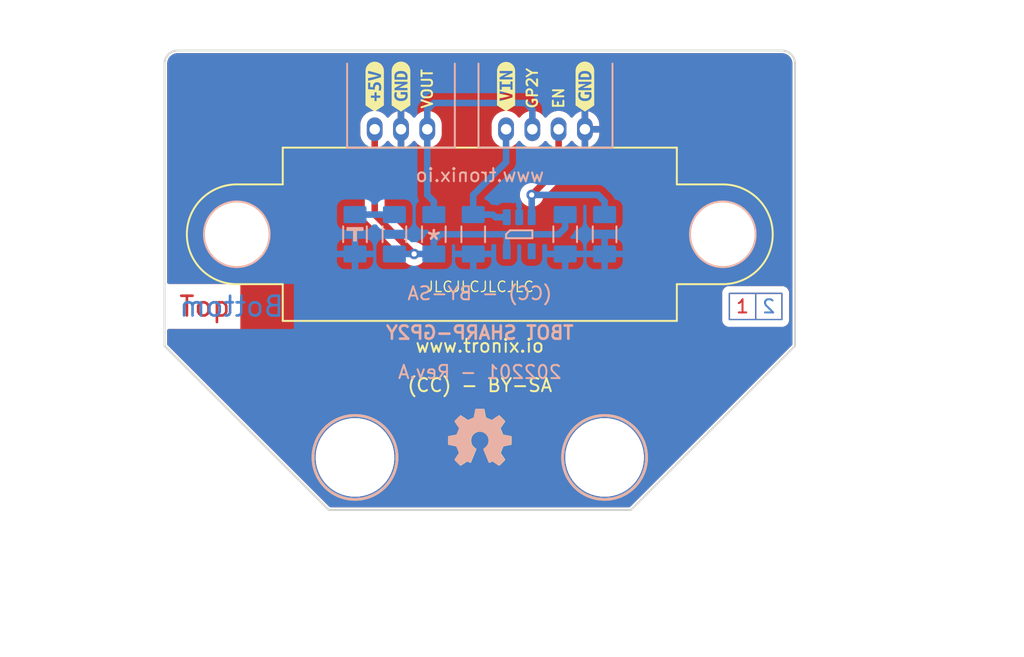
<source format=kicad_pcb>
(kicad_pcb (version 20221018) (generator pcbnew)
  (title_block (title "TBOT - SHARP-GP2Y") (date "01/2022") (rev "A"))
  (layers (0 "F.Cu" signal) (31 "B.Cu" signal) (34 "B.Paste" user) (35 "F.Paste" user) (36 "B.SilkS" user "B.Silkscreen") (37 "F.SilkS" user "F.Silkscreen") (38 "B.Mask" user) (39 "F.Mask" user) (44 "Edge.Cuts" user))
  (net 0 "")
  (net 1 "GND")
  (net 2 "+5V")
  (net 3 "VIN")
  (net 4 "Net-(LED1-A)")
  (net 5 "MCU_ENABLE")
  (net 7 "GP2Y_OUT")
  (footprint "tronixio:OSHW-5MM" (layer "F.Cu") (at 124 94.5)
    (fp_text reference "GT" hide)
    (fp_text value "LOGO" hide)
    (fp_poly (pts (xy 0.112503 -2.205305) (xy 0.188585 -2.204991) (xy 0.245175 -2.204139) (xy 0.285349 -2.202485) (xy 0.312183 -2.19976) (xy 0.328754 -2.195697) (xy 0.338137 -2.190029) (xy 0.343407 -2.182489) (xy 0.346067 -2.176502) (xy 0.351819 -2.155872) (xy 0.361219 -2.114019) (xy 0.373445 -2.054971) (xy 0.387673 -1.982754) (xy 0.403082 -1.901397) (xy 0.410766 -1.859685) (xy 0.426304 -1.776128) (xy 0.440921 -1.700487) (xy 0.453831 -1.636607) (xy 0.464245 -1.58833) (xy 0.471376 -1.559501) (xy 0.473495 -1.553524) (xy 0.487624 -1.543829) (xy 0.520987 -1.52669) (xy 0.568967 -1.504087) (xy 0.626948 -1.477998) (xy 0.690314 -1.450405) (xy 0.754449 -1.423285) (xy 0.814737 -1.398618) (xy 0.866561 -1.378383) (xy 0.905305 -1.36456) (xy 0.926354 -1.359128) (xy 0.92691 -1.359112) (xy 0.941518 -1.366107) (xy 0.97411 -1.385773) (xy 1.021624 -1.416127) (xy 1.080997 -1.455189) (xy 1.149167 -1.500978) (xy 1.204337 -1.538617) (xy 1.276991 -1.58813) (xy 1.343025 -1.632413) (xy 1.399403 -1.669487) (xy 1.443088 -1.697374) (xy 1.471043 -1.714097) (xy 1.47988 -1.718122) (xy 1.493641 -1.709282) (xy 1.521915 -1.684807) (xy 1.561669 -1.647768) (xy 1.609873 -1.601234) (xy 1.663495 -1.548276) (xy 1.719505 -1.491962) (xy 1.774871 -1.435363) (xy 1.826562 -1.381549) (xy 1.871548 -1.33359) (xy 1.906797 -1.294555) (xy 1.929278 -1.267514) (xy 1.936093 -1.256075) (xy 1.930212 -1.239792) (xy 1.912193 -1.207543) (xy 1.881475 -1.158462) (xy 1.837495 -1.091686) (xy 1.779689 -1.00635) (xy 1.707495 -0.901591) (xy 1.671879 -0.850344) (xy 1.638824 -0.80126) (xy 1.612148 -0.758563) (xy 1.594893 -0.727324) (xy 1.589904 -0.713655) (xy 1.594754 -0.697334) (xy 1.608013 -0.662128) (xy 1.62775 -0.612617) (xy 1.652031 -0.55338) (xy 1.678922 -0.488996) (xy 1.706491 -0.424047) (xy 1.732803 -0.363111) (xy 1.755927 -0.310768) (xy 1.773928 -0.271598) (xy 1.784874 -0.25018) (xy 1.786526 -0.247868) (xy 1.800495 -0.243726) (xy 1.836105 -0.235699) (xy 1.889773 -0.224522) (xy 1.957915 -0.210929) (xy 2.036948 -0.195656) (xy 2.090365 -0.185568) (xy 2.175183 -0.169544) (xy 2.252099 -0.15474) (xy 2.317349 -0.141901) (xy 2.367173 -0.131773) (xy 2.397809 -0.125104) (xy 2.405431 -0.123066) (xy 2.411063 -0.116814) (xy 2.415426 -0.101095) (xy 2.418668 -0.073197) (xy 2.420933 -0.030409) (xy 2.422366 0.02998) (xy 2.423114 0.110684) (xy 2.423321 0.210293) (xy 2.423202 0.310587) (xy 2.422711 0.388201) (xy 2.421649 0.446096) (xy 2.419816 0.487237) (xy 2.417013 0.514584) (xy 2.41304 0.531101) (xy 2.407697 0.53975) (xy 2.400883 0.543466) (xy 2.378661 0.548625) (xy 2.338314 0.556746) (xy 2.286985 0.566415) (xy 2.263049 0.570744) (xy 2.127407 0.595376) (xy 2.016332 0.616479) (xy 1.929018 0.634225) (xy 1.864656 0.64879) (xy 1.82244 0.660347) (xy 1.801562 0.66907) (xy 1.79987 0.670496) (xy 1.791465 0.686078) (xy 1.775685 0.720992) (xy 1.754362 0.770707) (xy 1.729327 0.830694) (xy 1.702414 0.896422) (xy 1.675454 0.96336) (xy 1.650281 1.026979) (xy 1.628726 1.082748) (xy 1.612622 1.126137) (xy 1.603801 1.152615) (xy 1.602692 1.157988) (xy 1.610028 1.172767) (xy 1.63143 1.207108) (xy 1.666036 1.259722) (xy 1.712983 1.329322) (xy 1.771408 1.414621) (xy 1.840447 1.51433) (xy 1.867654 1.553391) (xy 1.897811 1.599113) (xy 1.921185 1.639288) (xy 1.934376 1.667841) (xy 1.936093 1.675677) (xy 1.927103 1.692014) (xy 1.901418 1.723855) (xy 1.860965 1.769075) (xy 1.807672 1.82555) (xy 1.743466 1.891154) (xy 1.71296 1.921664) (xy 1.643302 1.990709) (xy 1.589314 2.043494) (xy 1.548612 2.081971) (xy 1.518813 2.108091) (xy 1.497532 2.123805) (xy 1.482386 2.131066) (xy 1.470991 2.131825) (xy 1.460964 2.128033) (xy 1.460917 2.128008) (xy 1.441892 2.116253) (xy 1.405419 2.09234) (xy 1.355138 2.058707) (xy 1.294686 2.017792) (xy 1.227702 1.972033) (xy 1.210483 1.960205) (xy 1.143557 1.914694) (xy 1.083189 1.874607) (xy 1.032748 1.842104) (xy 0.995605 1.819344) (xy 0.975129 1.808488) (xy 0.972784 1.807875) (xy 0.955044 1.813477) (xy 0.920428 1.82855) (xy 0.874685 1.850498) (xy 0.843591 1.866246) (xy 0.794692 1.890329) (xy 0.754091 1.908142) (xy 0.727189 1.917434) (xy 0.719661 1.917874) (xy 0.71184 1.904564) (xy 0.695873 1.87093) (xy 0.673276 1.820398) (xy 0.645566 1.756397) (xy 0.614262 1.682354) (xy 0.595951 1.638326) (xy 0.555205 1.539832) (xy 0.509885 1.430374) (xy 0.463588 1.318629) (xy 0.419909 1.213275) (xy 0.382617 1.123407) (xy 0.352192 1.049365) (xy 0.325466 0.982847) (xy 0.303922 0.927668) (xy 0.289044 0.887646) (xy 0.282318 0.866596) (xy 0.28208 0.86489) (xy 0.291868 0.850064) (xy 0.317767 0.825757) (xy 0.354572 0.796754) (xy 0.362216 0.791216) (xy 0.47362 0.699405) (xy 0.560778 0.600114) (xy 0.624272 0.492284) (xy 0.664684 0.374854) (xy 0.682594 0.246763) (xy 0.683668 0.205149) (xy 0.672966 0.079705) (xy 0.639876 -0.035509) (xy 0.583362 -0.143051) (xy 0.502387 -0.245478) (xy 0.500128 -0.247901) (xy 0.404266 -0.332655) (xy 0.297367 -0.395917) (xy 0.182586 -0.437559) (xy 0.063074 -0.45745) (xy -0.058015 -0.455461) (xy -0.177529 -0.431461) (xy -0.292317 -0.38532) (xy -0.399224 -0.316909) (xy -0.435557 -0.286461) (xy -0.524789 -0.19034) (xy -0.590858 -0.083248) (xy -0.63358 0.034398) (xy -0.65277 0.162186) (xy -0.653912 0.203806) (xy -0.64477 0.331905) (xy -0.616397 0.446756) (xy -0.567372 0.551025) (xy -0.496276 0.647379) (xy -0.401689 0.738486) (xy -0.345898 0.782346) (xy -0.305473 0.814275) (xy -0.274554 0.84243) (xy -0.257973 0.862253) (xy -0.256436 0.866724) (xy -0.261189 0.882472) (xy -0.274692 0.919019) (xy -0.295811 0.973504) (xy -0.323413 1.043065) (xy -0.356365 1.124837) (xy -0.393532 1.21596) (xy -0.424781 1.291835) (xy -0.466473 1.392714) (xy -0.506757 1.490316) (xy -0.54414 1.581016) (xy -0.57713 1.661187) (xy -0.604234 1.727202) (xy -0.623959 1.775436) (xy -0.631922 1.795053) (xy -0.656173 1.85428) (xy -0.675445 1.89208) (xy -0.695005 1.910535) (xy -0.720119 1.911726) (xy -0.756055 1.897735) (xy -0.80808 1.870643) (xy -0.814523 1.867212) (xy -0.863833 1.841835) (xy -0.905672 1.821875) (xy -0.934272 1.810004) (xy -0.942679 1.807875) (xy -0.957624 1.814831) (xy -0.990452 1.834339) (xy -1.037961 1.864353) (xy -1.096948 1.902829) (xy -1.164211 1.947723) (xy -1.20379 1.974558) (xy -1.273782 2.022017) (xy -1.336742 2.064219) (xy -1.389581 2.099132) (xy -1.429212 2.124728) (xy -1.452547 2.138976) (xy -1.457362 2.141242) (xy -1.468597 2.132572) (xy -1.495354 2.108206) (xy -1.53505 2.070611) (xy -1.585104 2.022252) (xy -1.642932 1.965596) (xy -1.688443 1.920545) (xy -1.754363 1.854061) (xy -1.811428 1.794627) (xy -1.857492 1.744605) (xy -1.890411 1.706358) (xy -1.908038 1.682247) (xy -1.910449 1.676115) (xy -1.903342 1.656709) (xy -1.88402 1.621725) (xy -1.855484 1.576225) (xy -1.822794 1.528185) (xy -1.761853 1.44109) (xy -1.706889 1.361082) (xy -1.659529 1.29063) (xy -1.621397 1.232204) (xy -1.594118 1.188276) (xy -1.579316 1.161316) (xy -1.577082 1.154608) (xy -1.581837 1.136716) (xy -1.594857 1.099854) (xy -1.614275 1.048609) (xy -1.638222 0.987568) (xy -1.664831 0.921316) (xy -1.692235 0.854442) (xy -1.718566 0.791531) (xy -1.741957 0.737171) (xy -1.76054 0.695948) (xy -1.772447 0.672449) (xy -1.774702 0.66925) (xy -1.791569 0.66222) (xy -1.829891 0.651729) (xy -1.885847 0.638647) (xy -1.955617 0.623842) (xy -2.035381 0.608183) (xy -2.07828 0.60022) (xy -2.161621 0.584627) (xy -2.236906 0.569745) (xy -2.300315 0.556391) (xy -2.348033 0.545387) (xy -2.37624 0.537551) (xy -2.381867 0.535051) (xy -2.387099 0.524908) (xy -2.390991 0.502231) (xy -2.393638 0.46456) (xy -2.395134 0.409435) (xy -2.395573 0.334397) (xy -2.39505 0.236985) (xy -2.394689 0.200194) (xy -2.391267 -0.121807) (xy -2.282282 -0.143659) (xy -2.229898 -0.153965) (xy -2.160108 -0.167419) (xy -2.080727 -0.182526) (xy -1.999569 -0.197795) (xy -1.970053 -0.203298) (xy -1.900658 -0.216734) (xy -1.840162 -0.229455) (xy -1.793065 -0.240437) (xy -1.763866 -0.248652) (xy -1.756665 -0.251967) (xy -1.746988 -0.268752) (xy -1.729936 -0.304533) (xy -1.707477 -0.354612) (xy -1.681582 -0.414291) (xy -1.654218 -0.478872) (xy -1.627353 -0.543658) (xy -1.602957 -0.60395) (xy -1.582998 -0.65505) (xy -1.569445 -0.692261) (xy -1.564266 -0.710885) (xy -1.564261 -0.711124) (xy -1.571273 -0.727773) (xy -1.590937 -0.762151) (xy -1.621195 -0.810982) (xy -1.659988 -0.870991) (xy -1.705259 -0.938901) (xy -1.732615 -0.979077) (xy -1.780965 -1.050145) (xy -1.82446 -1.115201) (xy -1.860949 -1.170937) (xy -1.888284 -1.214046) (xy -1.904314 -1.24122) (xy -1.907531 -1.248169) (xy -1.904717 -1.261112) (xy -1.890381 -1.283286) (xy -1.863069 -1.316351) (xy -1.821325 -1.361969) (xy -1.763692 -1.421801) (xy -1.691232 -1.494988) (xy -1.628982 -1.55669) (xy -1.572135 -1.611849) (xy -1.523344 -1.657988) (xy -1.485263 -1.692627) (xy -1.460542 -1.713289) (xy -1.452414 -1.718122) (xy -1.437782 -1.711105) (xy -1.405251 -1.6914) (xy -1.357928 -1.661025) (xy -1.298923 -1.621998) (xy -1.231343 -1.576338) (xy -1.183018 -1.543181) (xy -1.111112 -1.493886) (xy -1.04544 -1.44951) (xy -0.989183 -1.41215) (xy -0.945519 -1.383901) (xy -0.917627 -1.36686) (xy -0.90944 -1.362781) (xy -0.891885 -1.365776) (xy -0.855505 -1.377082) (xy -0.805012 -1.394838) (xy -0.745121 -1.417183) (xy -0.680546 -1.442257) (xy -0.616001 -1.468199) (xy -0.5562 -1.493147) (xy -0.505857 -1.515243) (xy -0.469686 -1.532623) (xy -0.45278 -1.543038) (xy -0.446293 -1.559308) (xy -0.436108 -1.597206) (xy -0.423041 -1.653118) (xy -0.407909 -1.723429) (xy -0.391528 -1.804525) (xy -0.378917 -1.870225) (xy -0.362481 -1.956759) (xy -0.347254 -2.035011) (xy -0.333961 -2.101421) (xy -0.323321 -2.152432) (xy -0.316058 -2.184486) (xy -0.31324 -2.193976) (xy -0.299005 -2.197095) (xy -0.262664 -2.199887) (xy -0.207755 -2.20223) (xy -0.137813 -2.204) (xy -0.056376 -2.205075) (xy 0.013853 -2.205351)) (fill solid) (layer "F.SilkS"))
  )
  (footprint "kibuzzard-6288C56E" (layer "F.Cu") (at 132 67.75 90)
    (fp_text reference "kibuzzard-6288C56E" hide)
    (fp_text value "G***" hide)
    (fp_poly (pts (xy 0.724628 0.333375) (xy 0.74209 0.334962) (xy 0.759553 0.334962) (xy 0.871471 0.309562) (xy 0.944496 0.239712) (xy 0.984184 0.134144) (xy 0.993114 0.070048) (xy 0.99609 0) (xy 0.986565 -0.123825) (xy 0.953228 -0.230188) (xy 0.88814 -0.304006) (xy 0.781778 -0.331788) (xy 0.753203 -0.330994) (xy 0.724628 -0.327025) (xy 0.724628 0.333375)) (fill solid) (layer "F.SilkS"))
    (fp_poly (pts (xy -1.100997 -0.7112) (xy -1.431727 -0.7112) (xy -1.90586 0) (xy -1.431727 0.7112) (xy -1.100997 0.7112) (xy -0.69936 0.7112) (xy -0.69936 0.512762) (xy -0.786871 0.504627) (xy -0.865254 0.480219) (xy -0.933715 0.439737) (xy -0.99146 0.383381) (xy -1.037894 0.31115) (xy -1.072422 0.223044) (xy -1.093854 0.119261) (xy -1.100997 0) (xy -1.092663 -0.11807) (xy -1.06766 -0.221456) (xy -1.028369 -0.309761) (xy -0.977172 -0.382588) (xy -0.914863 -0.439539) (xy -0.842235 -0.480219) (xy -0.761669 -0.504627) (xy -0.675547 -0.512763) (xy -0.573154 -0.504031) (xy -0.494572 -0.484188) (xy -0.439804 -0.460375) (xy -0.40726 -0.441325) (xy -0.45806 -0.28575) (xy -0.543785 -0.325438) (xy -0.64856 -0.3429) (xy -0.766035 -0.3175) (xy -0.844616 -0.246856) (xy -0.889066 -0.138906) (xy -0.899186 -0.072827) (xy -0.90256 0) (xy -0.896386 0.107156) (xy -0.877865 0.193675) (xy -0.846997 0.259556) (xy -0.778338 0.322064) (xy -0.683485 0.3429) (xy -0.645385 0.341312) (xy -0.607285 0.33655) (xy -0.607285 -0.022225) (xy -0.412022 -0.022225) (xy -0.412022 0.468312) (xy -0.520766 0.496887) (xy -0.602324 0.508794) (xy -0.69936 0.512762) (xy -0.69936 0.7112) (xy 0.213453 0.7112) (xy 0.213453 0.492125) (xy 0.16768 0.383205) (xy 0.119261 0.274461) (xy 0.068196 0.165894) (xy 0.014486 0.057326) (xy -0.04187 -0.051417) (xy -0.100872 -0.160338) (xy -0.100872 0.492125) (xy -0.277085 0.492125) (xy -0.277085 -0.490538) (xy -0.119922 -0.490538) (xy -0.075472 -0.417711) (xy -0.031022 -0.338931) (xy 0.012832 -0.257373) (xy 0.055496 -0.176213) (xy 0.095978 -0.096441) (xy 0.133284 -0.01905) (xy 0.166423 0.052387) (xy 0.194403 0.1143) (xy 0.194403 -0.490538) (xy 0.370615 -0.490538) (xy 0.370615 0.492125) (xy 0.213453 0.492125) (xy 0.213453 0.7112) (xy 0.738915 0.7112) (xy 0.738915 0.504825) (xy 0.636521 0.499269) (xy 0.529365 0.481012) (xy 0.529365 -0.477838) (xy 0.654778 -0.496888) (xy 0.764315 -0.50165) (xy 0.856985 -0.494506) (xy 0.941321 -0.473075) (xy 1.015339 -0.436364) (xy 1.077053 -0.383381) (xy 1.126464 -0.313928) (xy 1.163571 -0.227806) (xy 1.186789 -0.123627) (xy 1.194528 0) (xy 1.185995 0.126405) (xy 1.160396 0.232569) (xy 1.119717 0.319683) (xy 1.06594 0.388937) (xy 0.99986 0.441127) (xy 0.922271 0.477044) (xy 0.83476 0.49788) (xy 0.738915 0.504825) (xy 0.738915 0.7112) (xy 1.194528 0.7112) (xy 1.19466 0.7112) (xy 1.26437 0.707775) (xy 1.333408 0.697534) (xy 1.40111 0.680576) (xy 1.466824 0.657063) (xy 1.529917 0.627222) (xy 1.589781 0.591341) (xy 1.64584 0.549765) (xy 1.697554 0.502894) (xy 1.744425 0.45118) (xy 1.786001 0.395122) (xy 1.821882 0.335257) (xy 1.851723 0.272164) (xy 1.875236 0.20645) (xy 1.892194 0.138748) (xy 1.902435 0.06971) (xy 1.90586 0) (xy 1.902435 -0.06971) (xy 1.892194 -0.138748) (xy 1.875236 -0.20645) (xy 1.851723 -0.272164) (xy 1.821882 -0.335257) (xy 1.786001 -0.395122) (xy 1.744425 -0.45118) (xy 1.697554 -0.502894) (xy 1.64584 -0.549765) (xy 1.589781 -0.591341) (xy 1.529917 -0.627222) (xy 1.466824 -0.657063) (xy 1.40111 -0.680576) (xy 1.333408 -0.697534) (xy 1.26437 -0.707775) (xy 1.19466 -0.7112) (xy 1.194528 -0.7112) (xy -1.100997 -0.7112)) (fill solid) (layer "F.SilkS"))
  )
  (footprint "kibuzzard-6288C554" (layer "F.Cu") (at 116 67.75 90)
    (fp_text reference "kibuzzard-6288C554" hide)
    (fp_text value "G***" hide)
    (fp_poly (pts (xy -1.100733 -0.700088) (xy -1.431462 -0.700088) (xy -1.898187 0) (xy -1.431462 0.700088) (xy -1.100733 0.700088) (xy -0.68322 0.700088) (xy -0.68322 0.420688) (xy -0.851495 0.420688) (xy -0.851495 0.144462) (xy -1.100733 0.144462) (xy -1.100733 -0.015875) (xy -0.851495 -0.015875) (xy -0.851495 -0.2921) (xy -0.68322 -0.2921) (xy -0.68322 -0.015875) (xy -0.433983 -0.015875) (xy -0.433983 0.144462) (xy -0.68322 0.144462) (xy -0.68322 0.420688) (xy -0.68322 0.700088) (xy -0.049808 0.700088) (xy -0.049808 0.50165) (xy -0.127595 0.496887) (xy -0.203795 0.484981) (xy -0.269677 0.468312) (xy -0.31492 0.45085) (xy -0.275233 0.288925) (xy -0.186333 0.320675) (xy -0.125611 0.331391) (xy -0.051395 0.334963) (xy 0.043061 0.322263) (xy 0.101798 0.289719) (xy 0.131167 0.244475) (xy 0.139105 0.192087) (xy 0.125611 0.116681) (xy 0.071636 0.057944) (xy -0.043458 0.019844) (xy -0.12958 0.009723) (xy -0.23872 0.00635) (xy -0.224433 -0.125611) (xy -0.21332 -0.254794) (xy -0.204986 -0.380405) (xy -0.199033 -0.50165) (xy 0.302617 -0.50165) (xy 0.302617 -0.339725) (xy -0.03552 -0.339725) (xy -0.043458 -0.233363) (xy -0.051395 -0.142875) (xy 0.068726 -0.126647) (xy 0.166621 -0.094897) (xy 0.242292 -0.047625) (xy 0.296091 0.014817) (xy 0.32837 0.092075) (xy 0.33913 0.18415) (xy 0.315317 0.310356) (xy 0.242292 0.411162) (xy 0.187127 0.449262) (xy 0.120055 0.477838) (xy 0.041077 0.495697) (xy -0.049808 0.50165) (xy -0.049808 0.700088) (xy 0.718542 0.700088) (xy 0.718542 0.481012) (xy 0.679252 0.364331) (xy 0.63758 0.233362) (xy 0.609534 0.141376) (xy 0.582546 0.049565) (xy 0.556617 -0.042069) (xy 0.532099 -0.131939) (xy 0.509345 -0.218458) (xy 0.488355 -0.301625) (xy 0.462161 -0.41275) (xy 0.443905 -0.50165) (xy 0.65028 -0.50165) (xy 0.662186 -0.419298) (xy 0.678855 -0.324644) (xy 0.698897 -0.22225) (xy 0.720923 -0.116681) (xy 0.744736 -0.010319) (xy 0.770136 0.094456) (xy 0.796131 0.19308) (xy 0.82173 0.280987) (xy 0.84713 0.19427) (xy 0.87253 0.096044) (xy 0.897136 -0.008731) (xy 0.920155 -0.115094) (xy 0.941586 -0.220861) (xy 0.96143 -0.32385) (xy 0.978892 -0.4191) (xy 0.99318 -0.50165) (xy 1.197967 -0.50165) (xy 1.176734 -0.400844) (xy 1.151136 -0.288925) (xy 1.12137 -0.168473) (xy 1.087636 -0.042069) (xy 1.06303 0.044715) (xy 1.036836 0.132556) (xy 1.009055 0.221456) (xy 0.980127 0.309915) (xy 0.950494 0.396434) (xy 0.920155 0.481012) (xy 0.718542 0.481012) (xy 0.718542 0.700088) (xy 1.197967 0.700088) (xy 1.198099 0.700088) (xy 1.26672 0.696716) (xy 1.33468 0.686636) (xy 1.401324 0.669942) (xy 1.466011 0.646797) (xy 1.528118 0.617422) (xy 1.587047 0.582101) (xy 1.64223 0.541175) (xy 1.693136 0.495037) (xy 1.739274 0.444131) (xy 1.780201 0.388948) (xy 1.815522 0.330019) (xy 1.844896 0.267912) (xy 1.868041 0.203225) (xy 1.884735 0.13658) (xy 1.894816 0.068621) (xy 1.898187 0) (xy 1.894816 -0.068621) (xy 1.884735 -0.13658) (xy 1.868041 -0.203225) (xy 1.844896 -0.267912) (xy 1.815522 -0.330019) (xy 1.780201 -0.388948) (xy 1.739274 -0.444131) (xy 1.693136 -0.495037) (xy 1.64223 -0.541175) (xy 1.587047 -0.582101) (xy 1.528118 -0.617422) (xy 1.466011 -0.646797) (xy 1.401324 -0.669942) (xy 1.33468 -0.686636) (xy 1.26672 -0.696716) (xy 1.198099 -0.700088) (xy 1.197967 -0.700088) (xy -1.100733 -0.700088)) (fill solid) (layer "F.SilkS"))
  )
  (footprint "tronixio:SHARP-GP2Y0A" (layer "F.Cu") (at 124 79)
    (fp_text reference "IR1" hide)
    (fp_text value "SHARP-GP2Y0xx1")
    (fp_circle (center -18.5 0) (end -16 0) (stroke (width 0.15)) (fill none) (layer "B.SilkS"))
    (fp_circle (center 18.5 0) (end 21 0) (stroke (width 0.15)) (fill none) (layer "B.SilkS"))
    (fp_line (start -18.5 3.8) (end -15 3.8) (stroke (width 0.15)) (layer "F.SilkS"))
    (fp_line (start -15 -6.6) (end -15 -3.8) (stroke (width 0.15)) (layer "F.SilkS"))
    (fp_line (start -15 -6.6) (end 15 -6.6) (stroke (width 0.15)) (layer "F.SilkS"))
    (fp_line (start -15 -3.8) (end -18.5 -3.8) (stroke (width 0.15)) (layer "F.SilkS"))
    (fp_line (start -15 3.8) (end -15 6.6) (stroke (width 0.15)) (layer "F.SilkS"))
    (fp_line (start -15 6.6) (end 15 6.6) (stroke (width 0.15)) (layer "F.SilkS"))
    (fp_line (start 15 -3.8) (end 15 -6.6) (stroke (width 0.15)) (layer "F.SilkS"))
    (fp_line (start 15 3.8) (end 18.5 3.8) (stroke (width 0.15)) (layer "F.SilkS"))
    (fp_line (start 15 6.6) (end 15 3.8) (stroke (width 0.15)) (layer "F.SilkS"))
    (fp_line (start 18.5 -3.8) (end 15 -3.8) (stroke (width 0.15)) (layer "F.SilkS"))
    (fp_arc (start -18.5 3.8) (mid -22.3 0) (end -18.5 -3.8) (stroke (width 0.15)) (layer "F.SilkS"))
    (fp_arc (start 18.5 -3.8) (mid 22.3 0) (end 18.5 3.8) (stroke (width 0.15)) (layer "F.SilkS"))
    (pad "" np_thru_hole circle (at -18.5 0) (size 3 3) (drill 3) (layers "F&B.Cu" "*.Mask") (clearance 1))
    (pad "" np_thru_hole circle (at 18.5 0) (size 3 3) (drill 3) (layers "F&B.Cu" "*.Mask") (clearance 1))
  )
  (footprint "kibuzzard-6288C567" (layer "F.Cu") (at 126 67.75 90)
    (fp_text reference "kibuzzard-6288C567" hide)
    (fp_text value "G***" hide)
    (fp_poly (pts (xy -1.093457 -0.689769) (xy -1.424186 -0.689769) (xy -1.884032 0) (xy -1.424186 0.689769) (xy -1.093457 0.689769) (xy -0.818819 0.689769) (xy -0.818819 0.491331) (xy -0.85811 0.37465) (xy -0.899782 0.243681) (xy -0.927828 0.151694) (xy -0.954815 0.059884) (xy -0.980744 -0.03175) (xy -1.005262 -0.12162) (xy -1.028016 -0.208139) (xy -1.049007 -0.291306) (xy -1.075201 -0.402431) (xy -1.093457 -0.491331) (xy -0.887082 -0.491331) (xy -0.875176 -0.40898) (xy -0.858507 -0.314325) (xy -0.838465 -0.211931) (xy -0.816438 -0.106363) (xy -0.792626 0) (xy -0.767226 0.104775) (xy -0.74123 0.203398) (xy -0.715632 0.291306) (xy -0.690232 0.204589) (xy -0.664832 0.106362) (xy -0.640226 0.001587) (xy -0.617207 -0.104775) (xy -0.595776 -0.210542) (xy -0.575932 -0.313531) (xy -0.558469 -0.408781) (xy -0.544182 -0.491331) (xy -0.339394 -0.491331) (xy -0.360627 -0.390525) (xy -0.386226 -0.278606) (xy -0.415991 -0.158155) (xy -0.449726 -0.03175) (xy -0.474332 0.055033) (xy -0.500526 0.142875) (xy -0.528307 0.231775) (xy -0.557235 0.320234) (xy -0.586868 0.406753) (xy -0.617207 0.491331) (xy -0.818819 0.491331) (xy -0.818819 0.689769) (xy -0.234619 0.689769) (xy -0.234619 0.491331) (xy -0.234619 0.329406) (xy -0.020307 0.329406) (xy -0.020307 -0.329406) (xy -0.234619 -0.329406) (xy -0.234619 -0.491331) (xy 0.389268 -0.491331) (xy 0.389268 -0.329406) (xy 0.176543 -0.329406) (xy 0.176543 0.329406) (xy 0.389268 0.329406) (xy 0.389268 0.491331) (xy -0.234619 0.491331) (xy -0.234619 0.689769) (xy 1.036968 0.689769) (xy 1.036968 0.491331) (xy 0.991195 0.382411) (xy 0.942777 0.273667) (xy 0.891712 0.1651) (xy 0.838002 0.056533) (xy 0.781645 -0.052211) (xy 0.722643 -0.161131) (xy 0.722643 0.491331) (xy 0.546431 0.491331) (xy 0.546431 -0.491331) (xy 0.703593 -0.491331) (xy 0.748043 -0.418505) (xy 0.792493 -0.339725) (xy 0.836348 -0.258167) (xy 0.879012 -0.177006) (xy 0.919493 -0.097234) (xy 0.956799 -0.019844) (xy 0.989939 0.051594) (xy 1.017918 0.113506) (xy 1.017918 -0.491331) (xy 1.194131 -0.491331) (xy 1.194131 0.491331) (xy 1.036968 0.491331) (xy 1.036968 0.689769) (xy 1.194131 0.689769) (xy 1.194263 0.689769) (xy 1.261872 0.686447) (xy 1.32883 0.676515) (xy 1.394492 0.660068) (xy 1.458226 0.637263) (xy 1.519418 0.608322) (xy 1.577478 0.573522) (xy 1.631848 0.533198) (xy 1.682003 0.48774) (xy 1.727461 0.437585) (xy 1.767785 0.383215) (xy 1.802585 0.325155) (xy 1.831526 0.263963) (xy 1.854331 0.200229) (xy 1.870778 0.134567) (xy 1.88071 0.067609) (xy 1.884032 0) (xy 1.88071 -0.067609) (xy 1.870778 -0.134567) (xy 1.854331 -0.200229) (xy 1.831526 -0.263963) (xy 1.802585 -0.325155) (xy 1.767785 -0.383215) (xy 1.727461 -0.437585) (xy 1.682003 -0.48774) (xy 1.631848 -0.533198) (xy 1.577478 -0.573522) (xy 1.519418 -0.608322) (xy 1.458226 -0.637263) (xy 1.394492 -0.660068) (xy 1.32883 -0.676515) (xy 1.261872 -0.686447) (xy 1.194263 -0.689769) (xy 1.194131 -0.689769) (xy -1.093457 -0.689769)) (fill solid) (layer "F.SilkS"))
  )
  (footprint "kibuzzard-6288C562" (layer "F.Cu") (at 118 67.75 90)
    (fp_text reference "kibuzzard-6288C562" hide)
    (fp_text value "G***" hide)
    (fp_poly (pts (xy 0.724628 0.333375) (xy 0.74209 0.334962) (xy 0.759553 0.334962) (xy 0.871471 0.309562) (xy 0.944496 0.239712) (xy 0.984184 0.134144) (xy 0.993114 0.070048) (xy 0.99609 0) (xy 0.986565 -0.123825) (xy 0.953228 -0.230188) (xy 0.88814 -0.304006) (xy 0.781778 -0.331788) (xy 0.753203 -0.330994) (xy 0.724628 -0.327025) (xy 0.724628 0.333375)) (fill solid) (layer "F.SilkS"))
    (fp_poly (pts (xy -1.100997 -0.7112) (xy -1.431727 -0.7112) (xy -1.90586 0) (xy -1.431727 0.7112) (xy -1.100997 0.7112) (xy -0.69936 0.7112) (xy -0.69936 0.512762) (xy -0.786871 0.504627) (xy -0.865254 0.480219) (xy -0.933715 0.439737) (xy -0.99146 0.383381) (xy -1.037894 0.31115) (xy -1.072422 0.223044) (xy -1.093854 0.119261) (xy -1.100997 0) (xy -1.092663 -0.11807) (xy -1.06766 -0.221456) (xy -1.028369 -0.309761) (xy -0.977172 -0.382588) (xy -0.914863 -0.439539) (xy -0.842235 -0.480219) (xy -0.761669 -0.504627) (xy -0.675547 -0.512763) (xy -0.573154 -0.504031) (xy -0.494572 -0.484188) (xy -0.439804 -0.460375) (xy -0.40726 -0.441325) (xy -0.45806 -0.28575) (xy -0.543785 -0.325438) (xy -0.64856 -0.3429) (xy -0.766035 -0.3175) (xy -0.844616 -0.246856) (xy -0.889066 -0.138906) (xy -0.899186 -0.072827) (xy -0.90256 0) (xy -0.896386 0.107156) (xy -0.877865 0.193675) (xy -0.846997 0.259556) (xy -0.778338 0.322064) (xy -0.683485 0.3429) (xy -0.645385 0.341312) (xy -0.607285 0.33655) (xy -0.607285 -0.022225) (xy -0.412022 -0.022225) (xy -0.412022 0.468312) (xy -0.520766 0.496887) (xy -0.602324 0.508794) (xy -0.69936 0.512762) (xy -0.69936 0.7112) (xy 0.213453 0.7112) (xy 0.213453 0.492125) (xy 0.16768 0.383205) (xy 0.119261 0.274461) (xy 0.068196 0.165894) (xy 0.014486 0.057326) (xy -0.04187 -0.051417) (xy -0.100872 -0.160338) (xy -0.100872 0.492125) (xy -0.277085 0.492125) (xy -0.277085 -0.490538) (xy -0.119922 -0.490538) (xy -0.075472 -0.417711) (xy -0.031022 -0.338931) (xy 0.012832 -0.257373) (xy 0.055496 -0.176213) (xy 0.095978 -0.096441) (xy 0.133284 -0.01905) (xy 0.166423 0.052387) (xy 0.194403 0.1143) (xy 0.194403 -0.490538) (xy 0.370615 -0.490538) (xy 0.370615 0.492125) (xy 0.213453 0.492125) (xy 0.213453 0.7112) (xy 0.738915 0.7112) (xy 0.738915 0.504825) (xy 0.636521 0.499269) (xy 0.529365 0.481012) (xy 0.529365 -0.477838) (xy 0.654778 -0.496888) (xy 0.764315 -0.50165) (xy 0.856985 -0.494506) (xy 0.941321 -0.473075) (xy 1.015339 -0.436364) (xy 1.077053 -0.383381) (xy 1.126464 -0.313928) (xy 1.163571 -0.227806) (xy 1.186789 -0.123627) (xy 1.194528 0) (xy 1.185995 0.126405) (xy 1.160396 0.232569) (xy 1.119717 0.319683) (xy 1.06594 0.388937) (xy 0.99986 0.441127) (xy 0.922271 0.477044) (xy 0.83476 0.49788) (xy 0.738915 0.504825) (xy 0.738915 0.7112) (xy 1.194528 0.7112) (xy 1.19466 0.7112) (xy 1.26437 0.707775) (xy 1.333408 0.697534) (xy 1.40111 0.680576) (xy 1.466824 0.657063) (xy 1.529917 0.627222) (xy 1.589781 0.591341) (xy 1.64584 0.549765) (xy 1.697554 0.502894) (xy 1.744425 0.45118) (xy 1.786001 0.395122) (xy 1.821882 0.335257) (xy 1.851723 0.272164) (xy 1.875236 0.20645) (xy 1.892194 0.138748) (xy 1.902435 0.06971) (xy 1.90586 0) (xy 1.902435 -0.06971) (xy 1.892194 -0.138748) (xy 1.875236 -0.20645) (xy 1.851723 -0.272164) (xy 1.821882 -0.335257) (xy 1.786001 -0.395122) (xy 1.744425 -0.45118) (xy 1.697554 -0.502894) (xy 1.64584 -0.549765) (xy 1.589781 -0.591341) (xy 1.529917 -0.627222) (xy 1.466824 -0.657063) (xy 1.40111 -0.680576) (xy 1.333408 -0.697534) (xy 1.26437 -0.707775) (xy 1.19466 -0.7112) (xy 1.194528 -0.7112) (xy -1.100997 -0.7112)) (fill solid) (layer "F.SilkS"))
  )
  (footprint "tronixio:MOUNTING-HOLE-3MM-MASK" (layer "B.Cu") (at 114.5 96 180)
    (fp_text reference "H2" hide)
    (fp_text value "MOUNTING-HOLE-MASK-3MM" hide)
    (fp_circle (center 0 0) (end 3.2 0) (stroke (width 0.2)) (fill none) (layer "B.SilkS"))
    (fp_circle (center 0 0) (end 3.2 0) (stroke (width 0.2)) (fill none) (layer "F.SilkS"))
    (pad "" np_thru_hole circle (at 0 0 180) (size 3 3) (drill 3) (layers "F&B.Cu" "*.Mask") (clearance 1.5))
  )
  (footprint "tronixio:CAPACITOR-SMD-1206" (layer "B.Cu") (at 130.5 79 -90)
    (fp_text reference "C2" hide)
    (fp_text value "1µ")
    (fp_line (start -0.6 -0.9) (end 0.6 -0.9) (stroke (width 0.15)) (layer "B.SilkS"))
    (fp_line (start -0.6 0.9) (end 0.6 0.9) (stroke (width 0.15)) (layer "B.SilkS"))
    (pad "1" smd roundrect (at -1.5 0 270) (size 1.3 1.75) (layers "B.Cu" "B.Paste" "B.Mask") (roundrect_rratio 0.1) (net 2 "+5V"))
    (pad "2" smd roundrect (at 1.5 0 270) (size 1.3 1.75) (layers "B.Cu" "B.Paste" "B.Mask") (roundrect_rratio 0.1) (net 1 "GND"))
  )
  (footprint "tronixio:LED-SMD-1206" (layer "B.Cu") (at 114.5 79 90)
    (fp_text reference "LED1" hide)
    (fp_text value "Power")
    (fp_line (start -0.6 -0.9) (end 0.6 -0.9) (stroke (width 0.15)) (layer "B.SilkS"))
    (fp_line (start -0.6 0.9) (end 0.6 0.9) (stroke (width 0.15)) (layer "B.SilkS"))
    (fp_poly (pts (xy 0.5 -0.6) (xy 0.3 -0.6) (xy 0.3 -0.1) (xy -0.5 -0.1) (xy -0.5 0.1) (xy 0.3 0.1) (xy 0.3 0.6) (xy 0.5 0.6)) (stroke (width 0.1)) (fill solid) (layer "B.SilkS"))
    (pad "1" smd roundrect (at -1.5 0 90) (size 1.3 1.75) (layers "B.Cu" "B.Paste" "B.Mask") (roundrect_rratio 0.1) (net 1 "GND"))
    (pad "2" smd roundrect (at 1.5 0 90) (size 1.3 1.75) (layers "B.Cu" "B.Paste" "B.Mask") (roundrect_rratio 0.1) (net 4 "Net-(LED1-A)"))
  )
  (footprint "tronixio:SOT-23-5" (layer "B.Cu") (at 127 79 -90)
    (fp_text reference "U1" hide)
    (fp_text value "MCP1755-50")
    (fp_line (start -0.3 -1) (end 0.3 -1) (stroke (width 0.15)) (layer "B.SilkS"))
    (fp_line (start -0.3 0.7) (end -0.3 -1) (stroke (width 0.15)) (layer "B.SilkS"))
    (fp_line (start 0 1) (end -0.3 0.7) (stroke (width 0.15)) (layer "B.SilkS"))
    (fp_line (start 0.3 -1) (end 0.3 1) (stroke (width 0.15)) (layer "B.SilkS"))
    (fp_line (start 0.3 1) (end 0 1) (stroke (width 0.15)) (layer "B.SilkS"))
    (pad "1" smd roundrect (at -1.3 0.95 270) (size 1.2 0.6) (layers "B.Cu" "B.Paste" "B.Mask") (roundrect_rratio 0.15) (net 3 "VIN"))
    (pad "2" smd roundrect (at -1.3 0 270) (size 1.2 0.6) (layers "B.Cu" "B.Paste" "B.Mask") (roundrect_rratio 0.15) (net 1 "GND"))
    (pad "3" smd roundrect (at -1.3 -0.95 270) (size 1.2 0.6) (layers "B.Cu" "B.Paste" "B.Mask") (roundrect_rratio 0.15) (net 5 "MCU_ENABLE"))
    (pad "4" smd roundrect (at 1.3 -0.95 270) (size 1.2 0.6) (layers "B.Cu" "B.Paste" "B.Mask") (roundrect_rratio 0.15))
    (pad "5" smd roundrect (at 1.3 0.95 270) (size 1.2 0.6) (layers "B.Cu" "B.Paste" "B.Mask") (roundrect_rratio 0.15) (net 2 "+5V"))
  )
  (footprint "tronixio:CAPACITOR-SMD-1206" (layer "B.Cu") (at 123.5 79 -90)
    (fp_text reference "C1" hide)
    (fp_text value "1µ")
    (fp_line (start -0.6 -0.9) (end 0.6 -0.9) (stroke (width 0.15)) (layer "B.SilkS"))
    (fp_line (start -0.6 0.9) (end 0.6 0.9) (stroke (width 0.15)) (layer "B.SilkS"))
    (pad "1" smd roundrect (at -1.5 0 270) (size 1.3 1.75) (layers "B.Cu" "B.Paste" "B.Mask") (roundrect_rratio 0.1) (net 3 "VIN"))
    (pad "2" smd roundrect (at 1.5 0 270) (size 1.3 1.75) (layers "B.Cu" "B.Paste" "B.Mask") (roundrect_rratio 0.1) (net 1 "GND"))
  )
  (footprint "tronixio:MOUNTING-HOLE-3MM-MASK" (layer "B.Cu") (at 133.5 96 90)
    (fp_text reference "H1" hide)
    (fp_text value "MOUNTING-HOLE-MASK-3MM" hide)
    (fp_circle (center 0 0) (end 3.2 0) (stroke (width 0.2)) (fill none) (layer "B.SilkS"))
    (fp_circle (center 0 0) (end 3.2 0) (stroke (width 0.2)) (fill none) (layer "F.SilkS"))
    (pad "" np_thru_hole circle (at 0 0 90) (size 3 3) (drill 3) (layers "F&B.Cu" "*.Mask") (clearance 1.5))
  )
  (footprint "tronixio:RESISTOR-SMD-1206" (layer "B.Cu") (at 133.5 79 -90)
    (fp_text reference "R1" hide)
    (fp_text value "100k")
    (fp_line (start -0.6 -0.9) (end 0.6 -0.9) (stroke (width 0.15)) (layer "B.SilkS"))
    (fp_line (start -0.6 0.9) (end 0.6 0.9) (stroke (width 0.15)) (layer "B.SilkS"))
    (pad "1" smd roundrect (at -1.5 0 270) (size 1.3 1.75) (layers "B.Cu" "B.Paste" "B.Mask") (roundrect_rratio 0.1) (net 5 "MCU_ENABLE"))
    (pad "2" smd roundrect (at 1.5 0 270) (size 1.3 1.75) (layers "B.Cu" "B.Paste" "B.Mask") (roundrect_rratio 0.1) (net 1 "GND"))
  )
  (footprint "tronixio:RESISTOR-SMD-1206" (layer "B.Cu") (at 117.5 79 90)
    (fp_text reference "R2" hide)
    (fp_text value "4k7")
    (fp_line (start -0.6 -0.9) (end 0.6 -0.9) (stroke (width 0.15)) (layer "B.SilkS"))
    (fp_line (start -0.6 0.9) (end 0.6 0.9) (stroke (width 0.15)) (layer "B.SilkS"))
    (pad "1" smd roundrect (at -1.5 0 90) (size 1.3 1.75) (layers "B.Cu" "B.Paste" "B.Mask") (roundrect_rratio 0.1) (net 2 "+5V"))
    (pad "2" smd roundrect (at 1.5 0 90) (size 1.3 1.75) (layers "B.Cu" "B.Paste" "B.Mask") (roundrect_rratio 0.1) (net 4 "Net-(LED1-A)"))
  )
  (footprint "tronixio:MOLEX-532540470" (layer "B.Cu") (at 132 71 180)
    (fp_text reference "K2" hide)
    (fp_text value "MCU")
    (fp_line (start -2.1 -1.4) (end 8.1 -1.4) (stroke (width 0.15)) (layer "B.SilkS"))
    (fp_line (start -2.1 5) (end -2.1 -1.4) (stroke (width 0.15)) (layer "B.SilkS"))
    (fp_line (start 8.1 -1.4) (end 8.1 5) (stroke (width 0.15)) (layer "B.SilkS"))
    (pad "1" thru_hole oval locked (at 0 0 180) (size 1.2 1.8) (drill 0.8) (layers "*.Cu" "*.Mask") (net 1 "GND"))
    (pad "2" thru_hole oval locked (at 2 0 180) (size 1.2 1.8) (drill 0.8) (layers "*.Cu" "*.Mask") (net 5 "MCU_ENABLE"))
    (pad "3" thru_hole oval locked (at 4 0 180) (size 1.2 1.8) (drill 0.8) (layers "*.Cu" "*.Mask") (net 7 "GP2Y_OUT"))
    (pad "4" thru_hole oval locked (at 6 0 180) (size 1.2 1.8) (drill 0.8) (layers "*.Cu" "*.Mask") (net 3 "VIN"))
  )
  (footprint "tronixio:OSHW-5MM" (layer "B.Cu") (at 124 94.5 180)
    (fp_text reference "GB" hide)
    (fp_text value "LOGO" hide)
    (fp_poly (pts (xy 0.112503 2.205305) (xy 0.188585 2.204991) (xy 0.245175 2.204139) (xy 0.285349 2.202485) (xy 0.312183 2.19976) (xy 0.328754 2.195697) (xy 0.338137 2.190029) (xy 0.343407 2.182489) (xy 0.346067 2.176502) (xy 0.351819 2.155872) (xy 0.361219 2.114019) (xy 0.373445 2.054971) (xy 0.387673 1.982754) (xy 0.403082 1.901397) (xy 0.410766 1.859685) (xy 0.426304 1.776128) (xy 0.440921 1.700487) (xy 0.453831 1.636607) (xy 0.464245 1.58833) (xy 0.471376 1.559501) (xy 0.473495 1.553524) (xy 0.487624 1.543829) (xy 0.520987 1.52669) (xy 0.568967 1.504087) (xy 0.626948 1.477998) (xy 0.690314 1.450405) (xy 0.754449 1.423285) (xy 0.814737 1.398618) (xy 0.866561 1.378383) (xy 0.905305 1.36456) (xy 0.926354 1.359128) (xy 0.92691 1.359112) (xy 0.941518 1.366107) (xy 0.97411 1.385773) (xy 1.021624 1.416127) (xy 1.080997 1.455189) (xy 1.149167 1.500978) (xy 1.204337 1.538617) (xy 1.276991 1.58813) (xy 1.343025 1.632413) (xy 1.399403 1.669487) (xy 1.443088 1.697374) (xy 1.471043 1.714097) (xy 1.47988 1.718122) (xy 1.493641 1.709282) (xy 1.521915 1.684807) (xy 1.561669 1.647768) (xy 1.609873 1.601234) (xy 1.663495 1.548276) (xy 1.719505 1.491962) (xy 1.774871 1.435363) (xy 1.826562 1.381549) (xy 1.871548 1.33359) (xy 1.906797 1.294555) (xy 1.929278 1.267514) (xy 1.936093 1.256075) (xy 1.930212 1.239792) (xy 1.912193 1.207543) (xy 1.881475 1.158462) (xy 1.837495 1.091686) (xy 1.779689 1.00635) (xy 1.707495 0.901591) (xy 1.671879 0.850344) (xy 1.638824 0.80126) (xy 1.612148 0.758563) (xy 1.594893 0.727324) (xy 1.589904 0.713655) (xy 1.594754 0.697334) (xy 1.608013 0.662128) (xy 1.62775 0.612617) (xy 1.652031 0.55338) (xy 1.678922 0.488996) (xy 1.706491 0.424047) (xy 1.732803 0.363111) (xy 1.755927 0.310768) (xy 1.773928 0.271598) (xy 1.784874 0.25018) (xy 1.786526 0.247868) (xy 1.800495 0.243726) (xy 1.836105 0.235699) (xy 1.889773 0.224522) (xy 1.957915 0.210929) (xy 2.036948 0.195656) (xy 2.090365 0.185568) (xy 2.175183 0.169544) (xy 2.252099 0.15474) (xy 2.317349 0.141901) (xy 2.367173 0.131773) (xy 2.397809 0.125104) (xy 2.405431 0.123066) (xy 2.411063 0.116814) (xy 2.415426 0.101095) (xy 2.418668 0.073197) (xy 2.420933 0.030409) (xy 2.422366 -0.02998) (xy 2.423114 -0.110684) (xy 2.423321 -0.210293) (xy 2.423202 -0.310587) (xy 2.422711 -0.388201) (xy 2.421649 -0.446096) (xy 2.419816 -0.487237) (xy 2.417013 -0.514584) (xy 2.41304 -0.531101) (xy 2.407697 -0.53975) (xy 2.400883 -0.543466) (xy 2.378661 -0.548625) (xy 2.338314 -0.556746) (xy 2.286985 -0.566415) (xy 2.263049 -0.570744) (xy 2.127407 -0.595376) (xy 2.016332 -0.616479) (xy 1.929018 -0.634225) (xy 1.864656 -0.64879) (xy 1.82244 -0.660347) (xy 1.801562 -0.66907) (xy 1.79987 -0.670496) (xy 1.791465 -0.686078) (xy 1.775685 -0.720992) (xy 1.754362 -0.770707) (xy 1.729327 -0.830694) (xy 1.702414 -0.896422) (xy 1.675454 -0.96336) (xy 1.650281 -1.026979) (xy 1.628726 -1.082748) (xy 1.612622 -1.126137) (xy 1.603801 -1.152615) (xy 1.602692 -1.157988) (xy 1.610028 -1.172767) (xy 1.63143 -1.207108) (xy 1.666036 -1.259722) (xy 1.712983 -1.329322) (xy 1.771408 -1.414621) (xy 1.840447 -1.51433) (xy 1.867654 -1.553391) (xy 1.897811 -1.599113) (xy 1.921185 -1.639288) (xy 1.934376 -1.667841) (xy 1.936093 -1.675677) (xy 1.927103 -1.692014) (xy 1.901418 -1.723855) (xy 1.860965 -1.769075) (xy 1.807672 -1.82555) (xy 1.743466 -1.891154) (xy 1.71296 -1.921664) (xy 1.643302 -1.990709) (xy 1.589314 -2.043494) (xy 1.548612 -2.081971) (xy 1.518813 -2.108091) (xy 1.497532 -2.123805) (xy 1.482386 -2.131066) (xy 1.470991 -2.131825) (xy 1.460964 -2.128033) (xy 1.460917 -2.128008) (xy 1.441892 -2.116253) (xy 1.405419 -2.09234) (xy 1.355138 -2.058707) (xy 1.294686 -2.017792) (xy 1.227702 -1.972033) (xy 1.210483 -1.960205) (xy 1.143557 -1.914694) (xy 1.083189 -1.874607) (xy 1.032748 -1.842104) (xy 0.995605 -1.819344) (xy 0.975129 -1.808488) (xy 0.972784 -1.807875) (xy 0.955044 -1.813477) (xy 0.920428 -1.82855) (xy 0.874685 -1.850498) (xy 0.843591 -1.866246) (xy 0.794692 -1.890329) (xy 0.754091 -1.908142) (xy 0.727189 -1.917434) (xy 0.719661 -1.917874) (xy 0.71184 -1.904564) (xy 0.695873 -1.87093) (xy 0.673276 -1.820398) (xy 0.645566 -1.756397) (xy 0.614262 -1.682354) (xy 0.595951 -1.638326) (xy 0.555205 -1.539832) (xy 0.509885 -1.430374) (xy 0.463588 -1.318629) (xy 0.419909 -1.213275) (xy 0.382617 -1.123407) (xy 0.352192 -1.049365) (xy 0.325466 -0.982847) (xy 0.303922 -0.927668) (xy 0.289044 -0.887646) (xy 0.282318 -0.866596) (xy 0.28208 -0.86489) (xy 0.291868 -0.850064) (xy 0.317767 -0.825757) (xy 0.354572 -0.796754) (xy 0.362216 -0.791216) (xy 0.47362 -0.699405) (xy 0.560778 -0.600114) (xy 0.624272 -0.492284) (xy 0.664684 -0.374854) (xy 0.682594 -0.246763) (xy 0.683668 -0.205149) (xy 0.672966 -0.079705) (xy 0.639876 0.035509) (xy 0.583362 0.143051) (xy 0.502387 0.245478) (xy 0.500128 0.247901) (xy 0.404266 0.332655) (xy 0.297367 0.395917) (xy 0.182586 0.437559) (xy 0.063074 0.45745) (xy -0.058015 0.455461) (xy -0.177529 0.431461) (xy -0.292317 0.38532) (xy -0.399224 0.316909) (xy -0.435557 0.286461) (xy -0.524789 0.19034) (xy -0.590858 0.083248) (xy -0.63358 -0.034398) (xy -0.65277 -0.162186) (xy -0.653912 -0.203806) (xy -0.64477 -0.331905) (xy -0.616397 -0.446756) (xy -0.567372 -0.551025) (xy -0.496276 -0.647379) (xy -0.401689 -0.738486) (xy -0.345898 -0.782346) (xy -0.305473 -0.814275) (xy -0.274554 -0.84243) (xy -0.257973 -0.862253) (xy -0.256436 -0.866724) (xy -0.261189 -0.882472) (xy -0.274692 -0.919019) (xy -0.295811 -0.973504) (xy -0.323413 -1.043065) (xy -0.356365 -1.124837) (xy -0.393532 -1.21596) (xy -0.424781 -1.291835) (xy -0.466473 -1.392714) (xy -0.506757 -1.490316) (xy -0.54414 -1.581016) (xy -0.57713 -1.661187) (xy -0.604234 -1.727202) (xy -0.623959 -1.775436) (xy -0.631922 -1.795053) (xy -0.656173 -1.85428) (xy -0.675445 -1.89208) (xy -0.695005 -1.910535) (xy -0.720119 -1.911726) (xy -0.756055 -1.897735) (xy -0.80808 -1.870643) (xy -0.814523 -1.867212) (xy -0.863833 -1.841835) (xy -0.905672 -1.821875) (xy -0.934272 -1.810004) (xy -0.942679 -1.807875) (xy -0.957624 -1.814831) (xy -0.990452 -1.834339) (xy -1.037961 -1.864353) (xy -1.096948 -1.902829) (xy -1.164211 -1.947723) (xy -1.20379 -1.974558) (xy -1.273782 -2.022017) (xy -1.336742 -2.064219) (xy -1.389581 -2.099132) (xy -1.429212 -2.124728) (xy -1.452547 -2.138976) (xy -1.457362 -2.141242) (xy -1.468597 -2.132572) (xy -1.495354 -2.108206) (xy -1.53505 -2.070611) (xy -1.585104 -2.022252) (xy -1.642932 -1.965596) (xy -1.688443 -1.920545) (xy -1.754363 -1.854061) (xy -1.811428 -1.794627) (xy -1.857492 -1.744605) (xy -1.890411 -1.706358) (xy -1.908038 -1.682247) (xy -1.910449 -1.676115) (xy -1.903342 -1.656709) (xy -1.88402 -1.621725) (xy -1.855484 -1.576225) (xy -1.822794 -1.528185) (xy -1.761853 -1.44109) (xy -1.706889 -1.361082) (xy -1.659529 -1.29063) (xy -1.621397 -1.232204) (xy -1.594118 -1.188276) (xy -1.579316 -1.161316) (xy -1.577082 -1.154608) (xy -1.581837 -1.136716) (xy -1.594857 -1.099854) (xy -1.614275 -1.048609) (xy -1.638222 -0.987568) (xy -1.664831 -0.921316) (xy -1.692235 -0.854442) (xy -1.718566 -0.791531) (xy -1.741957 -0.737171) (xy -1.76054 -0.695948) (xy -1.772447 -0.672449) (xy -1.774702 -0.66925) (xy -1.791569 -0.66222) (xy -1.829891 -0.651729) (xy -1.885847 -0.638647) (xy -1.955617 -0.623842) (xy -2.035381 -0.608183) (xy -2.07828 -0.60022) (xy -2.161621 -0.584627) (xy -2.236906 -0.569745) (xy -2.300315 -0.556391) (xy -2.348033 -0.545387) (xy -2.37624 -0.537551) (xy -2.381867 -0.535051) (xy -2.387099 -0.524908) (xy -2.390991 -0.502231) (xy -2.393638 -0.46456) (xy -2.395134 -0.409435) (xy -2.395573 -0.334397) (xy -2.39505 -0.236985) (xy -2.394689 -0.200194) (xy -2.391267 0.121807) (xy -2.282282 0.143659) (xy -2.229898 0.153965) (xy -2.160108 0.167419) (xy -2.080727 0.182526) (xy -1.999569 0.197795) (xy -1.970053 0.203298) (xy -1.900658 0.216734) (xy -1.840162 0.229455) (xy -1.793065 0.240437) (xy -1.763866 0.248652) (xy -1.756665 0.251967) (xy -1.746988 0.268752) (xy -1.729936 0.304533) (xy -1.707477 0.354612) (xy -1.681582 0.414291) (xy -1.654218 0.478872) (xy -1.627353 0.543658) (xy -1.602957 0.60395) (xy -1.582998 0.65505) (xy -1.569445 0.692261) (xy -1.564266 0.710885) (xy -1.564261 0.711124) (xy -1.571273 0.727773) (xy -1.590937 0.762151) (xy -1.621195 0.810982) (xy -1.659988 0.870991) (xy -1.705259 0.938901) (xy -1.732615 0.979077) (xy -1.780965 1.050145) (xy -1.82446 1.115201) (xy -1.860949 1.170937) (xy -1.888284 1.214046) (xy -1.904314 1.24122) (xy -1.907531 1.248169) (xy -1.904717 1.261112) (xy -1.890381 1.283286) (xy -1.863069 1.316351) (xy -1.821325 1.361969) (xy -1.763692 1.421801) (xy -1.691232 1.494988) (xy -1.628982 1.55669) (xy -1.572135 1.611849) (xy -1.523344 1.657988) (xy -1.485263 1.692627) (xy -1.460542 1.713289) (xy -1.452414 1.718122) (xy -1.437782 1.711105) (xy -1.405251 1.6914) (xy -1.357928 1.661025) (xy -1.298923 1.621998) (xy -1.231343 1.576338) (xy -1.183018 1.543181) (xy -1.111112 1.493886) (xy -1.04544 1.44951) (xy -0.989183 1.41215) (xy -0.945519 1.383901) (xy -0.917627 1.36686) (xy -0.90944 1.362781) (xy -0.891885 1.365776) (xy -0.855505 1.377082) (xy -0.805012 1.394838) (xy -0.745121 1.417183) (xy -0.680546 1.442257) (xy -0.616001 1.468199) (xy -0.5562 1.493147) (xy -0.505857 1.515243) (xy -0.469686 1.532623) (xy -0.45278 1.543038) (xy -0.446293 1.559308) (xy -0.436108 1.597206) (xy -0.423041 1.653118) (xy -0.407909 1.723429) (xy -0.391528 1.804525) (xy -0.378917 1.870225) (xy -0.362481 1.956759) (xy -0.347254 2.035011) (xy -0.333961 2.101421) (xy -0.323321 2.152432) (xy -0.316058 2.184486) (xy -0.31324 2.193976) (xy -0.299005 2.197095) (xy -0.262664 2.199887) (xy -0.207755 2.20223) (xy -0.137813 2.204) (xy -0.056376 2.205075) (xy 0.013853 2.205351)) (fill solid) (layer "B.SilkS"))
  )
  (footprint "tronixio:RESISTOR-SMD-1206" (layer "B.Cu") (at 120.5 79 90)
    (fp_text reference "R3" hide)
    (fp_text value "10k")
    (fp_line (start -0.6 -0.9) (end 0.6 -0.9) (stroke (width 0.15)) (layer "B.SilkS"))
    (fp_line (start -0.6 0.9) (end 0.6 0.9) (stroke (width 0.15)) (layer "B.SilkS"))
    (pad "1" smd roundrect (at -1.5 0 90) (size 1.3 1.75) (layers "B.Cu" "B.Paste" "B.Mask") (roundrect_rratio 0.1) (net 2 "+5V"))
    (pad "2" smd roundrect (at 1.5 0 90) (size 1.3 1.75) (layers "B.Cu" "B.Paste" "B.Mask") (roundrect_rratio 0.1) (net 7 "GP2Y_OUT"))
  )
  (footprint "tronixio:MOLEX-532540370" (layer "B.Cu") (at 120 71 180)
    (fp_text reference "K1" hide)
    (fp_text value "GP2Y")
    (fp_line (start -2.1 -1.4) (end 6.1 -1.4) (stroke (width 0.15)) (layer "B.SilkS"))
    (fp_line (start -2.1 5) (end -2.1 -1.4) (stroke (width 0.15)) (layer "B.SilkS"))
    (fp_line (start 6.1 -1.4) (end 6.1 5) (stroke (width 0.15)) (layer "B.SilkS"))
    (pad "1" thru_hole oval (at 0 0 180) (size 1.2 1.8) (drill 0.8) (layers "*.Cu" "*.Mask") (net 7 "GP2Y_OUT"))
    (pad "2" thru_hole oval (at 2 0 180) (size 1.2 1.8) (drill 0.8) (layers "*.Cu" "*.Mask") (net 1 "GND"))
    (pad "3" thru_hole oval (at 4 0 180) (size 1.2 1.8) (drill 0.8) (layers "*.Cu" "*.Mask") (net 2 "+5V"))
  )
  (gr_rect (start 143 83.5) (end 147 85.5) (stroke (width 0.1)) (fill none) (layer "F.Cu"))
  (gr_line (start 145 85.5) (end 145 83.5) (stroke (width 0.1)) (layer "F.Cu"))
  (gr_line (start 145 85.5) (end 145 83.5) (stroke (width 0.1)) (layer "B.Cu"))
  (gr_rect (start 143 83.5) (end 147 85.5) (stroke (width 0.1)) (fill none) (layer "B.Cu"))
  (gr_line (start 112.5 100) (end 135.5 100) (stroke (width 0.15)) (layer "Edge.Cuts"))
  (gr_line (start 135.5 100) (end 148 87.5) (stroke (width 0.15)) (layer "Edge.Cuts"))
  (gr_line (start 147 65) (end 101 65) (stroke (width 0.15)) (layer "Edge.Cuts"))
  (gr_arc (start 100 66) (mid 100.292893 65.292893) (end 101 65) (stroke (width 0.15)) (layer "Edge.Cuts"))
  (gr_line (start 148 87.5) (end 148 66) (stroke (width 0.15)) (layer "Edge.Cuts"))
  (gr_line (start 100 87.5) (end 112.5 100) (stroke (width 0.15)) (layer "Edge.Cuts"))
  (gr_line (start 100 66) (end 100 87.5) (stroke (width 0.15)) (layer "Edge.Cuts"))
  (gr_arc (start 147 65) (mid 147.707107 65.292893) (end 148 66) (stroke (width 0.15)) (layer "Edge.Cuts"))
  (gr_text "Top" (at 101 84.5) (layer "F.Cu") (effects (font (size 1.5 1.5) (thickness 0.2)) (justify left)))
  (gr_text "1" (at 144 84.5) (layer "F.Cu") (effects (font (size 1 1))))
  (gr_text "2" (at 146 84.5) (layer "B.Cu") (effects (font (size 1 1)) (justify mirror)))
  (gr_text "Bottom" (at 101 84.5) (layer "B.Cu") (effects (font (size 1.5 1.5) (thickness 0.2)) (justify right mirror)))
  (gr_text "*" (at 120.5 79.5) (layer "B.SilkS") (effects (font (size 1.5 1.5) (thickness 0.2)) (justify mirror)))
  (gr_text "TBOT SHARP-GP2Y" (at 124 86.5) (layer "B.SilkS") (effects (font (size 1 1) (thickness 0.2)) (justify mirror)))
  (gr_text "202201 - Rev.A" (at 124 89.5) (layer "B.SilkS") (effects (font (size 1 1)) (justify mirror)))
  (gr_text "www.tronix.io" (at 124 74.5) (layer "B.SilkS") (effects (font (size 1 1)) (justify mirror)))
  (gr_text "(CC) - BY-SA" (at 124 83.5) (layer "B.SilkS") (effects (font (size 1 1)) (justify mirror)))
  (gr_text "JLCJLCJLCJLC" (at 124 83) (layer "F.SilkS") (effects (font (size 0.8 0.8) (thickness 0.1))))
  (gr_text "VOUT" (at 120 69.5 90) (layer "F.SilkS") (effects (font (size 0.8 0.8)) (justify left)))
  (gr_text "EN" (at 130 69.5 90) (layer "F.SilkS") (effects (font (size 0.8 0.8)) (justify left)))
  (gr_text "www.tronix.io" (at 124 87.5) (layer "F.SilkS") (effects (font (size 1 1))))
  (gr_text "GP2Y" (at 128 69.5 90) (layer "F.SilkS") (effects (font (size 0.8 0.8)) (justify left)))
  (gr_text "(CC) - BY-SA" (at 124 90.5) (layer "F.SilkS") (effects (font (size 1 1))))
  (segment (start 119 80.5) (end 116 77.5) (width 0.5) (layer "F.Cu") (net 2))
  (segment (start 116 77.5) (end 116 71) (width 0.5) (layer "F.Cu") (net 2))
  (via (at 119 80.5) (size 0.8) (drill 0.4) (layers "F.Cu" "B.Cu") (net 2))
  (segment (start 120.5 80.5) (end 120.5 79.5) (width 0.5) (layer "B.Cu") (net 2))
  (segment (start 130 79) (end 130.5 78.5) (width 0.5) (layer "B.Cu") (net 2))
  (segment (start 126.05 80.3) (end 126.05 79.05) (width 0.5) (layer "B.Cu") (net 2))
  (segment (start 120.5 80.5) (end 117.5 80.5) (width 0.5) (layer "B.Cu") (net 2))
  (segment (start 130.5 78.5) (end 130.5 77.5) (width 0.5) (layer "B.Cu") (net 2))
  (segment (start 120.5 79.5) (end 121 79) (width 0.5) (layer "B.Cu") (net 2))
  (segment (start 121 79) (end 130 79) (width 0.5) (layer "B.Cu") (net 2))
  (segment (start 126 71) (end 126 73.5) (width 0.5) (layer "B.Cu") (net 3))
  (segment (start 125 77.5) (end 123.5 77.5) (width 0.5) (layer "B.Cu") (net 3))
  (segment (start 125.2 77.7) (end 125 77.5) (width 0.5) (layer "B.Cu") (net 3))
  (segment (start 123.5 76) (end 126 73.5) (width 0.5) (layer "B.Cu") (net 3))
  (segment (start 126.05 77.7) (end 125.2 77.7) (width 0.5) (layer "B.Cu") (net 3))
  (segment (start 123.5 77.5) (end 123.5 76) (width 0.5) (layer "B.Cu") (net 3))
  (segment (start 114.5 77.5) (end 117.5 77.5) (width 0.5) (layer "B.Cu") (net 4))
  (segment (start 130 73.95) (end 130 71) (width 0.5) (layer "F.Cu") (net 5))
  (segment (start 127.95 76) (end 130 73.95) (width 0.5) (layer "F.Cu") (net 5))
  (via (at 127.95 76) (size 0.8) (drill 0.4) (layers "F.Cu" "B.Cu") (net 5))
  (segment (start 133 76) (end 133.5 76.5) (width 0.5) (layer "B.Cu") (net 5))
  (segment (start 127.95 77.7) (end 127.95 76.05) (width 0.5) (layer "B.Cu") (net 5))
  (segment (start 127.95 76.05) (end 128 76) (width 0.5) (layer "B.Cu") (net 5))
  (segment (start 133 76) (end 127.95 76) (width 0.5) (layer "B.Cu") (net 5))
  (segment (start 133.5 76.5) (end 133.5 77.5) (width 0.5) (layer "B.Cu") (net 5))
  (segment (start 128 69.5) (end 128 71) (width 0.5) (layer "B.Cu") (net 7))
  (segment (start 120.5 69) (end 127.5 69) (width 0.5) (layer "B.Cu") (net 7))
  (segment (start 127.5 69) (end 128 69.5) (width 0.5) (layer "B.Cu") (net 7))
  (segment (start 120 71) (end 120 69.5) (width 0.5) (layer "B.Cu") (net 7))
  (segment (start 120.5 77.5) (end 120.5 76.5) (width 0.5) (layer "B.Cu") (net 7))
  (segment (start 120 69.5) (end 120.5 69) (width 0.5) (layer "B.Cu") (net 7))
  (segment (start 120 76) (end 120 71) (width 0.5) (layer "B.Cu") (net 7))
  (segment (start 120.5 76.5) (end 120 76) (width 0.5) (layer "B.Cu") (net 7))
  (zone (net 1) (net_name "GND") (layers "F&B.Cu") (connect_pads (clearance 0.5)) (min_thickness 0.25) (fill yes (thermal_gap 0.5) (thermal_bridge_width 0.5))
    (polygon (pts (xy 148 100) (xy 100 100) (xy 100 65) (xy 148 65)))
  )
)
</source>
